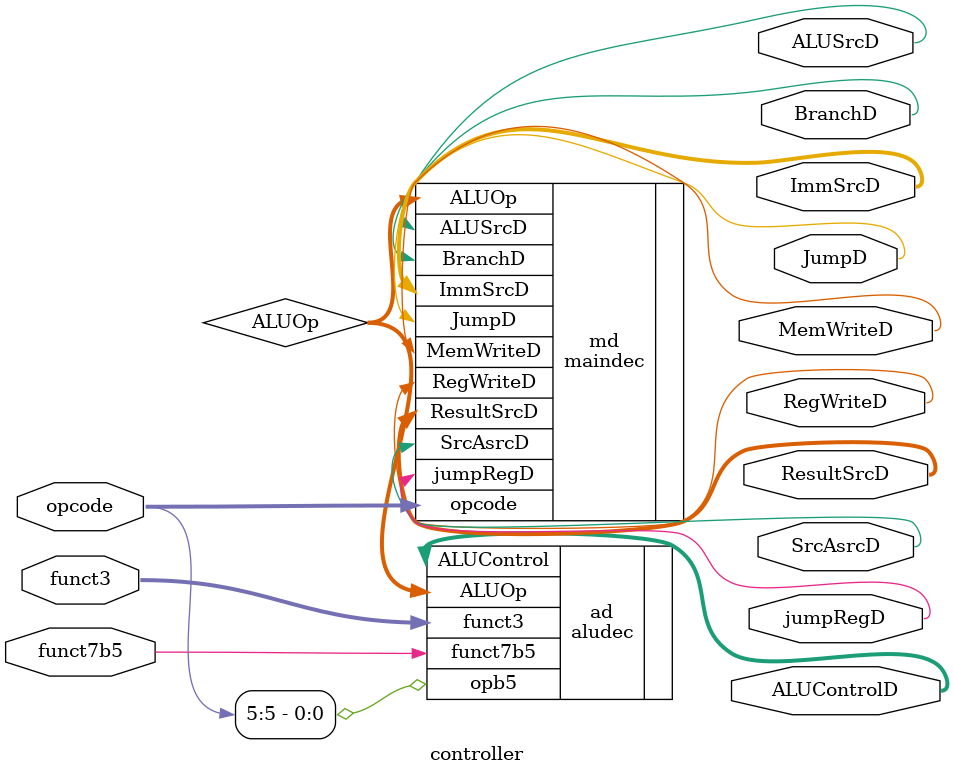
<source format=sv>
`timescale 1ns/1ps

module controller (
    
    input logic  [6:0] opcode,
    input logic  [2:0] funct3,
    input logic        funct7b5,

    output logic       RegWriteD,
    output logic [1:0] ResultSrcD,
    output logic       MemWriteD,
    output logic       JumpD,
    output logic       BranchD,
    output logic [3:0] ALUControlD,
    output logic       ALUSrcD,
    output logic [2:0] ImmSrcD,
    output logic       SrcAsrcD,
    output logic       jumpRegD
                   
    );

    logic [1:0] ALUOp;

    maindec md(

        .opcode     (opcode),
        .ResultSrcD (ResultSrcD),
        .MemWriteD  (MemWriteD),
        .BranchD    (BranchD),
        .ALUSrcD    (ALUSrcD),
        .RegWriteD  (RegWriteD),
        .JumpD      (JumpD),
        .ImmSrcD    (ImmSrcD),
        .ALUOp      (ALUOp),
        .SrcAsrcD   (SrcAsrcD),
        .jumpRegD   (jumpRegD)

    );

    aludec ad(

        .opb5       (opcode[5]),
        .funct3     (funct3),
        .funct7b5   (funct7b5),
        .ALUOp      (ALUOp),
        .ALUControl (ALUControlD)

    );
    
endmodule

</source>
